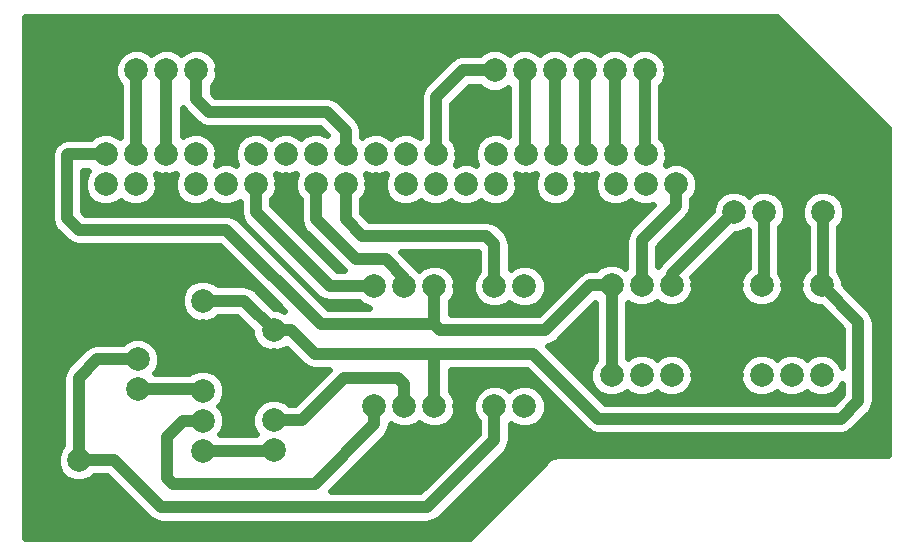
<source format=gbr>
G04 #@! TF.FileFunction,Copper,L1,Top,Signal*
%FSLAX46Y46*%
G04 Gerber Fmt 4.6, Leading zero omitted, Abs format (unit mm)*
G04 Created by KiCad (PCBNEW 4.0.6-e0-6349~52~ubuntu17.04.1) date Sat May 20 12:26:21 2017*
%MOMM*%
%LPD*%
G01*
G04 APERTURE LIST*
%ADD10C,0.100000*%
%ADD11C,2.000000*%
%ADD12C,1.000000*%
%ADD13C,0.554000*%
G04 APERTURE END LIST*
D10*
D11*
X68500000Y28500000D03*
X68500000Y31040000D03*
X5500000Y7500000D03*
X5500000Y17660000D03*
X58500000Y40500000D03*
X55960000Y40500000D03*
X53420000Y40500000D03*
X50880000Y40500000D03*
X48340000Y40500000D03*
X45800000Y40500000D03*
X43260000Y40500000D03*
X40720000Y40500000D03*
X10500000Y16040000D03*
X10500000Y18580000D03*
X10500000Y13500000D03*
X30530000Y22230000D03*
X33070000Y22230000D03*
X35610000Y22230000D03*
X38150000Y22230000D03*
X40690000Y22230000D03*
X43230000Y22230000D03*
X43230000Y12070000D03*
X40690000Y12070000D03*
X38150000Y12070000D03*
X35610000Y12070000D03*
X33070000Y12070000D03*
X30530000Y12070000D03*
X63500000Y28500000D03*
X60960000Y28500000D03*
X7800000Y33400000D03*
X7800000Y30860000D03*
X10340000Y33400000D03*
X10340000Y30860000D03*
X12880000Y33400000D03*
X12880000Y30860000D03*
X15420000Y33400000D03*
X15420000Y30860000D03*
X17960000Y33400000D03*
X17960000Y30860000D03*
X20500000Y33400000D03*
X20500000Y30860000D03*
X23040000Y33400000D03*
X23040000Y30860000D03*
X25580000Y33400000D03*
X25580000Y30860000D03*
X28120000Y33400000D03*
X28120000Y30860000D03*
X30660000Y33400000D03*
X30660000Y30860000D03*
X33200000Y33400000D03*
X33200000Y30860000D03*
X35740000Y33400000D03*
X35740000Y30860000D03*
X38280000Y33400000D03*
X38280000Y30860000D03*
X40820000Y33400000D03*
X40820000Y30860000D03*
X43360000Y33400000D03*
X43360000Y30860000D03*
X45900000Y33400000D03*
X45900000Y30860000D03*
X48440000Y33400000D03*
X48440000Y30860000D03*
X50980000Y33400000D03*
X50980000Y30860000D03*
X53520000Y33400000D03*
X53520000Y30860000D03*
X56060000Y33400000D03*
X56060000Y30860000D03*
X22000000Y18500000D03*
X22000000Y15960000D03*
X22000000Y13420000D03*
X22000000Y10880000D03*
X22000000Y8340000D03*
X50610000Y22310000D03*
X53150000Y22310000D03*
X65850000Y22310000D03*
X68390000Y22310000D03*
X55690000Y22310000D03*
X58230000Y22310000D03*
X63310000Y22310000D03*
X60770000Y22310000D03*
X68390000Y14690000D03*
X65850000Y14690000D03*
X63310000Y14690000D03*
X60770000Y14690000D03*
X58230000Y14690000D03*
X55690000Y14690000D03*
X53150000Y14690000D03*
X50610000Y14690000D03*
X18000000Y40500000D03*
X15460000Y40500000D03*
X12920000Y40500000D03*
X10380000Y40500000D03*
X16000000Y21000000D03*
X16000000Y18460000D03*
X16000000Y15920000D03*
X16000000Y13380000D03*
X16000000Y10840000D03*
X16000000Y8300000D03*
D12*
X35610000Y12070000D02*
X35610000Y16500000D01*
X35610000Y16500000D02*
X35500000Y16500000D01*
X34000000Y16500000D02*
X35500000Y16500000D01*
X35500000Y16500000D02*
X44000000Y16500000D01*
X71500000Y19200000D02*
X68390000Y22310000D01*
X71500000Y12500000D02*
X71500000Y19200000D01*
X70000000Y11000000D02*
X71500000Y12500000D01*
X49500000Y11000000D02*
X70000000Y11000000D01*
X44000000Y16500000D02*
X49500000Y11000000D01*
X68500000Y28500000D02*
X68500000Y22420000D01*
X68500000Y22420000D02*
X68390000Y22310000D01*
X22000000Y18500000D02*
X23500000Y18500000D01*
X25500000Y16500000D02*
X34000000Y16500000D01*
X23500000Y18500000D02*
X25500000Y16500000D01*
X16000000Y21000000D02*
X19500000Y21000000D01*
X19500000Y21000000D02*
X22000000Y18500000D01*
X68500000Y22420000D02*
X68390000Y22310000D01*
X5500000Y7500000D02*
X8500000Y7500000D01*
X40690000Y9190000D02*
X40690000Y12070000D01*
X35000000Y3500000D02*
X40690000Y9190000D01*
X12500000Y3500000D02*
X35000000Y3500000D01*
X8500000Y7500000D02*
X12500000Y3500000D01*
X5500000Y7500000D02*
X5500000Y14500000D01*
X7040000Y16040000D02*
X10500000Y16040000D01*
X5500000Y14500000D02*
X7040000Y16040000D01*
X10500000Y13500000D02*
X15880000Y13500000D01*
X15880000Y13500000D02*
X16000000Y13380000D01*
X50610000Y22310000D02*
X48810000Y22310000D01*
X36110000Y18500000D02*
X35610000Y19000000D01*
X45000000Y18500000D02*
X36110000Y18500000D01*
X48810000Y22310000D02*
X45000000Y18500000D01*
X7800000Y33400000D02*
X4600000Y33400000D01*
X26000000Y19000000D02*
X35610000Y19000000D01*
X18000000Y27000000D02*
X26000000Y19000000D01*
X5500000Y27000000D02*
X18000000Y27000000D01*
X4500000Y28000000D02*
X5500000Y27000000D01*
X4500000Y33300000D02*
X4500000Y28000000D01*
X4600000Y33400000D02*
X4500000Y33300000D01*
X28120000Y33400000D02*
X28120000Y35380000D01*
X15460000Y38040000D02*
X15460000Y40500000D01*
X16500000Y37000000D02*
X15460000Y38040000D01*
X26500000Y37000000D02*
X16500000Y37000000D01*
X28120000Y35380000D02*
X26500000Y37000000D01*
X35610000Y22230000D02*
X35610000Y19000000D01*
X50610000Y22310000D02*
X50610000Y14690000D01*
X63500000Y28500000D02*
X63500000Y22500000D01*
X63500000Y22500000D02*
X63310000Y22310000D01*
X55690000Y22310000D02*
X55690000Y23230000D01*
X55690000Y23230000D02*
X60960000Y28500000D01*
X10380000Y40500000D02*
X10380000Y33440000D01*
X10380000Y33440000D02*
X10340000Y33400000D01*
X10380000Y33440000D02*
X10340000Y33400000D01*
X10380000Y33440000D02*
X10340000Y33400000D01*
X12920000Y40500000D02*
X12920000Y33440000D01*
X12920000Y33440000D02*
X12880000Y33400000D01*
X12920000Y33440000D02*
X12880000Y33400000D01*
X12920000Y33440000D02*
X12880000Y33400000D01*
X30530000Y22230000D02*
X26770000Y22230000D01*
X20500000Y28500000D02*
X20500000Y30860000D01*
X26770000Y22230000D02*
X20500000Y28500000D01*
X20330000Y30690000D02*
X20500000Y30860000D01*
X33070000Y22230000D02*
X33070000Y22930000D01*
X33070000Y22930000D02*
X31500000Y24500000D01*
X31500000Y24500000D02*
X29000000Y24500000D01*
X29000000Y24500000D02*
X25580000Y27920000D01*
X25580000Y27920000D02*
X25580000Y30860000D01*
X25590000Y30850000D02*
X25580000Y30860000D01*
X25590000Y30850000D02*
X25580000Y30860000D01*
X40690000Y22230000D02*
X40690000Y25810000D01*
X28120000Y27880000D02*
X28120000Y30860000D01*
X29500000Y26500000D02*
X28120000Y27880000D01*
X40000000Y26500000D02*
X29500000Y26500000D01*
X40690000Y25810000D02*
X40000000Y26500000D01*
X28130000Y30850000D02*
X28120000Y30860000D01*
X28130000Y30850000D02*
X28120000Y30860000D01*
X40720000Y40500000D02*
X38000000Y40500000D01*
X35740000Y38240000D02*
X35740000Y33400000D01*
X38000000Y40500000D02*
X35740000Y38240000D01*
X43260000Y40500000D02*
X43260000Y33500000D01*
X43260000Y33500000D02*
X43360000Y33400000D01*
X43560000Y33600000D02*
X43360000Y33400000D01*
X45800000Y40500000D02*
X45800000Y33500000D01*
X45800000Y33500000D02*
X45900000Y33400000D01*
X48340000Y40500000D02*
X48340000Y33500000D01*
X48340000Y33500000D02*
X48440000Y33400000D01*
X48640000Y33600000D02*
X48440000Y33400000D01*
X50880000Y40500000D02*
X50880000Y33500000D01*
X50880000Y33500000D02*
X50980000Y33400000D01*
X53420000Y40500000D02*
X53420000Y33500000D01*
X53420000Y33500000D02*
X53520000Y33400000D01*
X53720000Y33600000D02*
X53520000Y33400000D01*
X56060000Y30860000D02*
X56060000Y29060000D01*
X53150000Y26150000D02*
X53150000Y22310000D01*
X56060000Y29060000D02*
X53150000Y26150000D01*
X22000000Y10880000D02*
X24380000Y10880000D01*
X33070000Y13930000D02*
X33070000Y12070000D01*
X32500000Y14500000D02*
X33070000Y13930000D01*
X28000000Y14500000D02*
X32500000Y14500000D01*
X24380000Y10880000D02*
X28000000Y14500000D01*
X16000000Y8300000D02*
X21960000Y8300000D01*
X21960000Y8300000D02*
X22000000Y8340000D01*
X16000000Y10840000D02*
X14340000Y10840000D01*
X30530000Y10530000D02*
X30530000Y12070000D01*
X25500000Y5500000D02*
X30530000Y10530000D01*
X13500000Y5500000D02*
X25500000Y5500000D01*
X13000000Y6000000D02*
X13500000Y5500000D01*
X13000000Y9500000D02*
X13000000Y6000000D01*
X14340000Y10840000D02*
X13000000Y9500000D01*
D13*
G36*
X74048000Y35605669D02*
X74048000Y7952000D01*
X46000005Y7952000D01*
X46000000Y7952001D01*
X45696130Y7891556D01*
X45635685Y7879533D01*
X45476314Y7773045D01*
X45326834Y7673166D01*
X38605668Y952000D01*
X952000Y952000D01*
X952000Y33300000D01*
X3123000Y33300000D01*
X3123000Y28000000D01*
X3227818Y27473045D01*
X3526314Y27026314D01*
X4526314Y26026314D01*
X4973045Y25727818D01*
X5500000Y25623000D01*
X17429628Y25623000D01*
X22889661Y20162967D01*
X22374996Y20376674D01*
X22070432Y20376940D01*
X20473686Y21973686D01*
X20026955Y22272182D01*
X19500000Y22377000D01*
X17277567Y22377000D01*
X17064624Y22590316D01*
X16374996Y22876674D01*
X15628280Y22877325D01*
X14938154Y22592171D01*
X14409684Y22064624D01*
X14123326Y21374996D01*
X14122675Y20628280D01*
X14407829Y19938154D01*
X14935376Y19409684D01*
X15625004Y19123326D01*
X16371720Y19122675D01*
X17061846Y19407829D01*
X17277393Y19623000D01*
X18929628Y19623000D01*
X20122938Y18429690D01*
X20122675Y18128280D01*
X20407829Y17438154D01*
X20935376Y16909684D01*
X21625004Y16623326D01*
X22371720Y16622675D01*
X23061846Y16907829D01*
X23103359Y16949269D01*
X24526314Y15526314D01*
X24973045Y15227818D01*
X25500000Y15123000D01*
X26675628Y15123000D01*
X23809628Y12257000D01*
X23277567Y12257000D01*
X23064624Y12470316D01*
X22374996Y12756674D01*
X21628280Y12757325D01*
X20938154Y12472171D01*
X20409684Y11944624D01*
X20123326Y11254996D01*
X20122675Y10508280D01*
X20407829Y9818154D01*
X20548736Y9677000D01*
X17491768Y9677000D01*
X17590316Y9775376D01*
X17876674Y10465004D01*
X17877325Y11211720D01*
X17592171Y11901846D01*
X17384480Y12109900D01*
X17590316Y12315376D01*
X17876674Y13005004D01*
X17877325Y13751720D01*
X17592171Y14441846D01*
X17064624Y14970316D01*
X16374996Y15256674D01*
X15628280Y15257325D01*
X14938154Y14972171D01*
X14842816Y14877000D01*
X11991768Y14877000D01*
X12090316Y14975376D01*
X12376674Y15665004D01*
X12377325Y16411720D01*
X12092171Y17101846D01*
X11564624Y17630316D01*
X10874996Y17916674D01*
X10128280Y17917325D01*
X9438154Y17632171D01*
X9222607Y17417000D01*
X7040000Y17417000D01*
X6513045Y17312182D01*
X6066314Y17013686D01*
X4526314Y15473686D01*
X4227818Y15026955D01*
X4123000Y14500000D01*
X4123000Y8777567D01*
X3909684Y8564624D01*
X3623326Y7874996D01*
X3622675Y7128280D01*
X3907829Y6438154D01*
X4435376Y5909684D01*
X5125004Y5623326D01*
X5871720Y5622675D01*
X6561846Y5907829D01*
X6777393Y6123000D01*
X7929628Y6123000D01*
X11526314Y2526314D01*
X11973045Y2227818D01*
X12500000Y2123000D01*
X35000000Y2123000D01*
X35526955Y2227818D01*
X35973686Y2526314D01*
X41663686Y8216314D01*
X41962182Y8663045D01*
X42067000Y9190000D01*
X42067000Y10578232D01*
X42165376Y10479684D01*
X42855004Y10193326D01*
X43601720Y10192675D01*
X44291846Y10477829D01*
X44820316Y11005376D01*
X45106674Y11695004D01*
X45107325Y12441720D01*
X44822171Y13131846D01*
X44294624Y13660316D01*
X43604996Y13946674D01*
X42858280Y13947325D01*
X42168154Y13662171D01*
X41960100Y13454480D01*
X41754624Y13660316D01*
X41064996Y13946674D01*
X40318280Y13947325D01*
X39628154Y13662171D01*
X39099684Y13134624D01*
X38813326Y12444996D01*
X38812675Y11698280D01*
X39097829Y11008154D01*
X39313000Y10792607D01*
X39313000Y9760372D01*
X34429628Y4877000D01*
X26824372Y4877000D01*
X31503686Y9556314D01*
X31802182Y10003045D01*
X31907000Y10530000D01*
X31907000Y10578232D01*
X32005376Y10479684D01*
X32695004Y10193326D01*
X33441720Y10192675D01*
X34131846Y10477829D01*
X34339900Y10685520D01*
X34545376Y10479684D01*
X35235004Y10193326D01*
X35981720Y10192675D01*
X36671846Y10477829D01*
X37200316Y11005376D01*
X37486674Y11695004D01*
X37487325Y12441720D01*
X37202171Y13131846D01*
X36987000Y13347393D01*
X36987000Y15123000D01*
X43429628Y15123000D01*
X48526314Y10026314D01*
X48973045Y9727818D01*
X49500000Y9623000D01*
X70000000Y9623000D01*
X70526955Y9727818D01*
X70973686Y10026314D01*
X72473686Y11526314D01*
X72772182Y11973045D01*
X72877000Y12500000D01*
X72877000Y19200000D01*
X72772182Y19726955D01*
X72473686Y20173686D01*
X70267062Y22380310D01*
X70267325Y22681720D01*
X69982171Y23371846D01*
X69877000Y23477201D01*
X69877000Y27222433D01*
X70090316Y27435376D01*
X70376674Y28125004D01*
X70377325Y28871720D01*
X70092171Y29561846D01*
X69564624Y30090316D01*
X68874996Y30376674D01*
X68128280Y30377325D01*
X67438154Y30092171D01*
X66909684Y29564624D01*
X66623326Y28874996D01*
X66622675Y28128280D01*
X66907829Y27438154D01*
X67123000Y27222607D01*
X67123000Y23697375D01*
X66799684Y23374624D01*
X66513326Y22684996D01*
X66512675Y21938280D01*
X66797829Y21248154D01*
X67325376Y20719684D01*
X68015004Y20433326D01*
X68319568Y20433060D01*
X70123000Y18629628D01*
X70123000Y15411013D01*
X69982171Y15751846D01*
X69454624Y16280316D01*
X68764996Y16566674D01*
X68018280Y16567325D01*
X67328154Y16282171D01*
X67120100Y16074480D01*
X66914624Y16280316D01*
X66224996Y16566674D01*
X65478280Y16567325D01*
X64788154Y16282171D01*
X64580100Y16074480D01*
X64374624Y16280316D01*
X63684996Y16566674D01*
X62938280Y16567325D01*
X62248154Y16282171D01*
X61719684Y15754624D01*
X61433326Y15064996D01*
X61432675Y14318280D01*
X61717829Y13628154D01*
X62245376Y13099684D01*
X62935004Y12813326D01*
X63681720Y12812675D01*
X64371846Y13097829D01*
X64579900Y13305520D01*
X64785376Y13099684D01*
X65475004Y12813326D01*
X66221720Y12812675D01*
X66911846Y13097829D01*
X67119900Y13305520D01*
X67325376Y13099684D01*
X68015004Y12813326D01*
X68761720Y12812675D01*
X69451846Y13097829D01*
X69980316Y13625376D01*
X70123000Y13968998D01*
X70123000Y13070372D01*
X69429628Y12377000D01*
X50070372Y12377000D01*
X45270555Y17176817D01*
X45526955Y17227818D01*
X45973686Y17526314D01*
X49233000Y20785628D01*
X49233000Y15967567D01*
X49019684Y15754624D01*
X48733326Y15064996D01*
X48732675Y14318280D01*
X49017829Y13628154D01*
X49545376Y13099684D01*
X50235004Y12813326D01*
X50981720Y12812675D01*
X51671846Y13097829D01*
X51879900Y13305520D01*
X52085376Y13099684D01*
X52775004Y12813326D01*
X53521720Y12812675D01*
X54211846Y13097829D01*
X54419900Y13305520D01*
X54625376Y13099684D01*
X55315004Y12813326D01*
X56061720Y12812675D01*
X56751846Y13097829D01*
X57280316Y13625376D01*
X57566674Y14315004D01*
X57567325Y15061720D01*
X57282171Y15751846D01*
X56754624Y16280316D01*
X56064996Y16566674D01*
X55318280Y16567325D01*
X54628154Y16282171D01*
X54420100Y16074480D01*
X54214624Y16280316D01*
X53524996Y16566674D01*
X52778280Y16567325D01*
X52088154Y16282171D01*
X51987000Y16181194D01*
X51987000Y20818232D01*
X52085376Y20719684D01*
X52775004Y20433326D01*
X53521720Y20432675D01*
X54211846Y20717829D01*
X54419900Y20925520D01*
X54625376Y20719684D01*
X55315004Y20433326D01*
X56061720Y20432675D01*
X56751846Y20717829D01*
X57280316Y21245376D01*
X57566674Y21935004D01*
X57567325Y22681720D01*
X57427498Y23020126D01*
X61030310Y26622938D01*
X61331720Y26622675D01*
X62021846Y26907829D01*
X62123000Y27008806D01*
X62123000Y23777236D01*
X61719684Y23374624D01*
X61433326Y22684996D01*
X61432675Y21938280D01*
X61717829Y21248154D01*
X62245376Y20719684D01*
X62935004Y20433326D01*
X63681720Y20432675D01*
X64371846Y20717829D01*
X64900316Y21245376D01*
X65186674Y21935004D01*
X65187325Y22681720D01*
X64902171Y23371846D01*
X64877000Y23397061D01*
X64877000Y27222433D01*
X65090316Y27435376D01*
X65376674Y28125004D01*
X65377325Y28871720D01*
X65092171Y29561846D01*
X64564624Y30090316D01*
X63874996Y30376674D01*
X63128280Y30377325D01*
X62438154Y30092171D01*
X62230100Y29884480D01*
X62024624Y30090316D01*
X61334996Y30376674D01*
X60588280Y30377325D01*
X59898154Y30092171D01*
X59369684Y29564624D01*
X59083326Y28874996D01*
X59083060Y28570432D01*
X54716314Y24203686D01*
X54527000Y23920357D01*
X54527000Y25579628D01*
X57033686Y28086314D01*
X57332182Y28533045D01*
X57437000Y29060000D01*
X57437000Y29582433D01*
X57650316Y29795376D01*
X57936674Y30485004D01*
X57937325Y31231720D01*
X57652171Y31921846D01*
X57124624Y32450316D01*
X56434996Y32736674D01*
X55688280Y32737325D01*
X55192087Y32532302D01*
X55396674Y33025004D01*
X55397325Y33771720D01*
X55112171Y34461846D01*
X54797000Y34777568D01*
X54797000Y39222433D01*
X55010316Y39435376D01*
X55296674Y40125004D01*
X55297325Y40871720D01*
X55012171Y41561846D01*
X54484624Y42090316D01*
X53794996Y42376674D01*
X53048280Y42377325D01*
X52358154Y42092171D01*
X52150100Y41884480D01*
X51944624Y42090316D01*
X51254996Y42376674D01*
X50508280Y42377325D01*
X49818154Y42092171D01*
X49610100Y41884480D01*
X49404624Y42090316D01*
X48714996Y42376674D01*
X47968280Y42377325D01*
X47278154Y42092171D01*
X47070100Y41884480D01*
X46864624Y42090316D01*
X46174996Y42376674D01*
X45428280Y42377325D01*
X44738154Y42092171D01*
X44530100Y41884480D01*
X44324624Y42090316D01*
X43634996Y42376674D01*
X42888280Y42377325D01*
X42198154Y42092171D01*
X41990100Y41884480D01*
X41784624Y42090316D01*
X41094996Y42376674D01*
X40348280Y42377325D01*
X39658154Y42092171D01*
X39442607Y41877000D01*
X38000000Y41877000D01*
X37473045Y41772182D01*
X37026314Y41473686D01*
X34766314Y39213686D01*
X34467818Y38766955D01*
X34363000Y38240000D01*
X34363000Y34891768D01*
X34264624Y34990316D01*
X33574996Y35276674D01*
X32828280Y35277325D01*
X32138154Y34992171D01*
X31930100Y34784480D01*
X31724624Y34990316D01*
X31034996Y35276674D01*
X30288280Y35277325D01*
X29598154Y34992171D01*
X29497000Y34891194D01*
X29497000Y35380000D01*
X29392182Y35906955D01*
X29093686Y36353686D01*
X27473686Y37973686D01*
X27026955Y38272182D01*
X26500000Y38377000D01*
X17070372Y38377000D01*
X16837000Y38610372D01*
X16837000Y39222433D01*
X17050316Y39435376D01*
X17336674Y40125004D01*
X17337325Y40871720D01*
X17052171Y41561846D01*
X16524624Y42090316D01*
X15834996Y42376674D01*
X15088280Y42377325D01*
X14398154Y42092171D01*
X14190100Y41884480D01*
X13984624Y42090316D01*
X13294996Y42376674D01*
X12548280Y42377325D01*
X11858154Y42092171D01*
X11650100Y41884480D01*
X11444624Y42090316D01*
X10754996Y42376674D01*
X10008280Y42377325D01*
X9318154Y42092171D01*
X8789684Y41564624D01*
X8503326Y40874996D01*
X8502675Y40128280D01*
X8787829Y39438154D01*
X9003000Y39222607D01*
X9003000Y34851698D01*
X8864624Y34990316D01*
X8174996Y35276674D01*
X7428280Y35277325D01*
X6738154Y34992171D01*
X6522607Y34777000D01*
X4600000Y34777000D01*
X4073045Y34672182D01*
X3626314Y34373686D01*
X3526314Y34273686D01*
X3227818Y33826955D01*
X3123000Y33300000D01*
X952000Y33300000D01*
X952000Y45048000D01*
X64605668Y45048000D01*
X74048000Y35605669D01*
X74048000Y35605669D01*
G37*
X74048000Y35605669D02*
X74048000Y7952000D01*
X46000005Y7952000D01*
X46000000Y7952001D01*
X45696130Y7891556D01*
X45635685Y7879533D01*
X45476314Y7773045D01*
X45326834Y7673166D01*
X38605668Y952000D01*
X952000Y952000D01*
X952000Y33300000D01*
X3123000Y33300000D01*
X3123000Y28000000D01*
X3227818Y27473045D01*
X3526314Y27026314D01*
X4526314Y26026314D01*
X4973045Y25727818D01*
X5500000Y25623000D01*
X17429628Y25623000D01*
X22889661Y20162967D01*
X22374996Y20376674D01*
X22070432Y20376940D01*
X20473686Y21973686D01*
X20026955Y22272182D01*
X19500000Y22377000D01*
X17277567Y22377000D01*
X17064624Y22590316D01*
X16374996Y22876674D01*
X15628280Y22877325D01*
X14938154Y22592171D01*
X14409684Y22064624D01*
X14123326Y21374996D01*
X14122675Y20628280D01*
X14407829Y19938154D01*
X14935376Y19409684D01*
X15625004Y19123326D01*
X16371720Y19122675D01*
X17061846Y19407829D01*
X17277393Y19623000D01*
X18929628Y19623000D01*
X20122938Y18429690D01*
X20122675Y18128280D01*
X20407829Y17438154D01*
X20935376Y16909684D01*
X21625004Y16623326D01*
X22371720Y16622675D01*
X23061846Y16907829D01*
X23103359Y16949269D01*
X24526314Y15526314D01*
X24973045Y15227818D01*
X25500000Y15123000D01*
X26675628Y15123000D01*
X23809628Y12257000D01*
X23277567Y12257000D01*
X23064624Y12470316D01*
X22374996Y12756674D01*
X21628280Y12757325D01*
X20938154Y12472171D01*
X20409684Y11944624D01*
X20123326Y11254996D01*
X20122675Y10508280D01*
X20407829Y9818154D01*
X20548736Y9677000D01*
X17491768Y9677000D01*
X17590316Y9775376D01*
X17876674Y10465004D01*
X17877325Y11211720D01*
X17592171Y11901846D01*
X17384480Y12109900D01*
X17590316Y12315376D01*
X17876674Y13005004D01*
X17877325Y13751720D01*
X17592171Y14441846D01*
X17064624Y14970316D01*
X16374996Y15256674D01*
X15628280Y15257325D01*
X14938154Y14972171D01*
X14842816Y14877000D01*
X11991768Y14877000D01*
X12090316Y14975376D01*
X12376674Y15665004D01*
X12377325Y16411720D01*
X12092171Y17101846D01*
X11564624Y17630316D01*
X10874996Y17916674D01*
X10128280Y17917325D01*
X9438154Y17632171D01*
X9222607Y17417000D01*
X7040000Y17417000D01*
X6513045Y17312182D01*
X6066314Y17013686D01*
X4526314Y15473686D01*
X4227818Y15026955D01*
X4123000Y14500000D01*
X4123000Y8777567D01*
X3909684Y8564624D01*
X3623326Y7874996D01*
X3622675Y7128280D01*
X3907829Y6438154D01*
X4435376Y5909684D01*
X5125004Y5623326D01*
X5871720Y5622675D01*
X6561846Y5907829D01*
X6777393Y6123000D01*
X7929628Y6123000D01*
X11526314Y2526314D01*
X11973045Y2227818D01*
X12500000Y2123000D01*
X35000000Y2123000D01*
X35526955Y2227818D01*
X35973686Y2526314D01*
X41663686Y8216314D01*
X41962182Y8663045D01*
X42067000Y9190000D01*
X42067000Y10578232D01*
X42165376Y10479684D01*
X42855004Y10193326D01*
X43601720Y10192675D01*
X44291846Y10477829D01*
X44820316Y11005376D01*
X45106674Y11695004D01*
X45107325Y12441720D01*
X44822171Y13131846D01*
X44294624Y13660316D01*
X43604996Y13946674D01*
X42858280Y13947325D01*
X42168154Y13662171D01*
X41960100Y13454480D01*
X41754624Y13660316D01*
X41064996Y13946674D01*
X40318280Y13947325D01*
X39628154Y13662171D01*
X39099684Y13134624D01*
X38813326Y12444996D01*
X38812675Y11698280D01*
X39097829Y11008154D01*
X39313000Y10792607D01*
X39313000Y9760372D01*
X34429628Y4877000D01*
X26824372Y4877000D01*
X31503686Y9556314D01*
X31802182Y10003045D01*
X31907000Y10530000D01*
X31907000Y10578232D01*
X32005376Y10479684D01*
X32695004Y10193326D01*
X33441720Y10192675D01*
X34131846Y10477829D01*
X34339900Y10685520D01*
X34545376Y10479684D01*
X35235004Y10193326D01*
X35981720Y10192675D01*
X36671846Y10477829D01*
X37200316Y11005376D01*
X37486674Y11695004D01*
X37487325Y12441720D01*
X37202171Y13131846D01*
X36987000Y13347393D01*
X36987000Y15123000D01*
X43429628Y15123000D01*
X48526314Y10026314D01*
X48973045Y9727818D01*
X49500000Y9623000D01*
X70000000Y9623000D01*
X70526955Y9727818D01*
X70973686Y10026314D01*
X72473686Y11526314D01*
X72772182Y11973045D01*
X72877000Y12500000D01*
X72877000Y19200000D01*
X72772182Y19726955D01*
X72473686Y20173686D01*
X70267062Y22380310D01*
X70267325Y22681720D01*
X69982171Y23371846D01*
X69877000Y23477201D01*
X69877000Y27222433D01*
X70090316Y27435376D01*
X70376674Y28125004D01*
X70377325Y28871720D01*
X70092171Y29561846D01*
X69564624Y30090316D01*
X68874996Y30376674D01*
X68128280Y30377325D01*
X67438154Y30092171D01*
X66909684Y29564624D01*
X66623326Y28874996D01*
X66622675Y28128280D01*
X66907829Y27438154D01*
X67123000Y27222607D01*
X67123000Y23697375D01*
X66799684Y23374624D01*
X66513326Y22684996D01*
X66512675Y21938280D01*
X66797829Y21248154D01*
X67325376Y20719684D01*
X68015004Y20433326D01*
X68319568Y20433060D01*
X70123000Y18629628D01*
X70123000Y15411013D01*
X69982171Y15751846D01*
X69454624Y16280316D01*
X68764996Y16566674D01*
X68018280Y16567325D01*
X67328154Y16282171D01*
X67120100Y16074480D01*
X66914624Y16280316D01*
X66224996Y16566674D01*
X65478280Y16567325D01*
X64788154Y16282171D01*
X64580100Y16074480D01*
X64374624Y16280316D01*
X63684996Y16566674D01*
X62938280Y16567325D01*
X62248154Y16282171D01*
X61719684Y15754624D01*
X61433326Y15064996D01*
X61432675Y14318280D01*
X61717829Y13628154D01*
X62245376Y13099684D01*
X62935004Y12813326D01*
X63681720Y12812675D01*
X64371846Y13097829D01*
X64579900Y13305520D01*
X64785376Y13099684D01*
X65475004Y12813326D01*
X66221720Y12812675D01*
X66911846Y13097829D01*
X67119900Y13305520D01*
X67325376Y13099684D01*
X68015004Y12813326D01*
X68761720Y12812675D01*
X69451846Y13097829D01*
X69980316Y13625376D01*
X70123000Y13968998D01*
X70123000Y13070372D01*
X69429628Y12377000D01*
X50070372Y12377000D01*
X45270555Y17176817D01*
X45526955Y17227818D01*
X45973686Y17526314D01*
X49233000Y20785628D01*
X49233000Y15967567D01*
X49019684Y15754624D01*
X48733326Y15064996D01*
X48732675Y14318280D01*
X49017829Y13628154D01*
X49545376Y13099684D01*
X50235004Y12813326D01*
X50981720Y12812675D01*
X51671846Y13097829D01*
X51879900Y13305520D01*
X52085376Y13099684D01*
X52775004Y12813326D01*
X53521720Y12812675D01*
X54211846Y13097829D01*
X54419900Y13305520D01*
X54625376Y13099684D01*
X55315004Y12813326D01*
X56061720Y12812675D01*
X56751846Y13097829D01*
X57280316Y13625376D01*
X57566674Y14315004D01*
X57567325Y15061720D01*
X57282171Y15751846D01*
X56754624Y16280316D01*
X56064996Y16566674D01*
X55318280Y16567325D01*
X54628154Y16282171D01*
X54420100Y16074480D01*
X54214624Y16280316D01*
X53524996Y16566674D01*
X52778280Y16567325D01*
X52088154Y16282171D01*
X51987000Y16181194D01*
X51987000Y20818232D01*
X52085376Y20719684D01*
X52775004Y20433326D01*
X53521720Y20432675D01*
X54211846Y20717829D01*
X54419900Y20925520D01*
X54625376Y20719684D01*
X55315004Y20433326D01*
X56061720Y20432675D01*
X56751846Y20717829D01*
X57280316Y21245376D01*
X57566674Y21935004D01*
X57567325Y22681720D01*
X57427498Y23020126D01*
X61030310Y26622938D01*
X61331720Y26622675D01*
X62021846Y26907829D01*
X62123000Y27008806D01*
X62123000Y23777236D01*
X61719684Y23374624D01*
X61433326Y22684996D01*
X61432675Y21938280D01*
X61717829Y21248154D01*
X62245376Y20719684D01*
X62935004Y20433326D01*
X63681720Y20432675D01*
X64371846Y20717829D01*
X64900316Y21245376D01*
X65186674Y21935004D01*
X65187325Y22681720D01*
X64902171Y23371846D01*
X64877000Y23397061D01*
X64877000Y27222433D01*
X65090316Y27435376D01*
X65376674Y28125004D01*
X65377325Y28871720D01*
X65092171Y29561846D01*
X64564624Y30090316D01*
X63874996Y30376674D01*
X63128280Y30377325D01*
X62438154Y30092171D01*
X62230100Y29884480D01*
X62024624Y30090316D01*
X61334996Y30376674D01*
X60588280Y30377325D01*
X59898154Y30092171D01*
X59369684Y29564624D01*
X59083326Y28874996D01*
X59083060Y28570432D01*
X54716314Y24203686D01*
X54527000Y23920357D01*
X54527000Y25579628D01*
X57033686Y28086314D01*
X57332182Y28533045D01*
X57437000Y29060000D01*
X57437000Y29582433D01*
X57650316Y29795376D01*
X57936674Y30485004D01*
X57937325Y31231720D01*
X57652171Y31921846D01*
X57124624Y32450316D01*
X56434996Y32736674D01*
X55688280Y32737325D01*
X55192087Y32532302D01*
X55396674Y33025004D01*
X55397325Y33771720D01*
X55112171Y34461846D01*
X54797000Y34777568D01*
X54797000Y39222433D01*
X55010316Y39435376D01*
X55296674Y40125004D01*
X55297325Y40871720D01*
X55012171Y41561846D01*
X54484624Y42090316D01*
X53794996Y42376674D01*
X53048280Y42377325D01*
X52358154Y42092171D01*
X52150100Y41884480D01*
X51944624Y42090316D01*
X51254996Y42376674D01*
X50508280Y42377325D01*
X49818154Y42092171D01*
X49610100Y41884480D01*
X49404624Y42090316D01*
X48714996Y42376674D01*
X47968280Y42377325D01*
X47278154Y42092171D01*
X47070100Y41884480D01*
X46864624Y42090316D01*
X46174996Y42376674D01*
X45428280Y42377325D01*
X44738154Y42092171D01*
X44530100Y41884480D01*
X44324624Y42090316D01*
X43634996Y42376674D01*
X42888280Y42377325D01*
X42198154Y42092171D01*
X41990100Y41884480D01*
X41784624Y42090316D01*
X41094996Y42376674D01*
X40348280Y42377325D01*
X39658154Y42092171D01*
X39442607Y41877000D01*
X38000000Y41877000D01*
X37473045Y41772182D01*
X37026314Y41473686D01*
X34766314Y39213686D01*
X34467818Y38766955D01*
X34363000Y38240000D01*
X34363000Y34891768D01*
X34264624Y34990316D01*
X33574996Y35276674D01*
X32828280Y35277325D01*
X32138154Y34992171D01*
X31930100Y34784480D01*
X31724624Y34990316D01*
X31034996Y35276674D01*
X30288280Y35277325D01*
X29598154Y34992171D01*
X29497000Y34891194D01*
X29497000Y35380000D01*
X29392182Y35906955D01*
X29093686Y36353686D01*
X27473686Y37973686D01*
X27026955Y38272182D01*
X26500000Y38377000D01*
X17070372Y38377000D01*
X16837000Y38610372D01*
X16837000Y39222433D01*
X17050316Y39435376D01*
X17336674Y40125004D01*
X17337325Y40871720D01*
X17052171Y41561846D01*
X16524624Y42090316D01*
X15834996Y42376674D01*
X15088280Y42377325D01*
X14398154Y42092171D01*
X14190100Y41884480D01*
X13984624Y42090316D01*
X13294996Y42376674D01*
X12548280Y42377325D01*
X11858154Y42092171D01*
X11650100Y41884480D01*
X11444624Y42090316D01*
X10754996Y42376674D01*
X10008280Y42377325D01*
X9318154Y42092171D01*
X8789684Y41564624D01*
X8503326Y40874996D01*
X8502675Y40128280D01*
X8787829Y39438154D01*
X9003000Y39222607D01*
X9003000Y34851698D01*
X8864624Y34990316D01*
X8174996Y35276674D01*
X7428280Y35277325D01*
X6738154Y34992171D01*
X6522607Y34777000D01*
X4600000Y34777000D01*
X4073045Y34672182D01*
X3626314Y34373686D01*
X3526314Y34273686D01*
X3227818Y33826955D01*
X3123000Y33300000D01*
X952000Y33300000D01*
X952000Y45048000D01*
X64605668Y45048000D01*
X74048000Y35605669D01*
G36*
X48065004Y31523326D02*
X48811720Y31522675D01*
X49307913Y31727698D01*
X49103326Y31234996D01*
X49102675Y30488280D01*
X49387829Y29798154D01*
X49915376Y29269684D01*
X50605004Y28983326D01*
X51351720Y28982675D01*
X52041846Y29267829D01*
X52249900Y29475520D01*
X52455376Y29269684D01*
X53145004Y28983326D01*
X53891720Y28982675D01*
X54136404Y29083776D01*
X52176314Y27123686D01*
X51877818Y26676955D01*
X51773000Y26150000D01*
X51773000Y23801768D01*
X51674624Y23900316D01*
X50984996Y24186674D01*
X50238280Y24187325D01*
X49548154Y23902171D01*
X49332607Y23687000D01*
X48810000Y23687000D01*
X48283045Y23582182D01*
X47836314Y23283686D01*
X44429628Y19877000D01*
X36987000Y19877000D01*
X36987000Y20952433D01*
X37200316Y21165376D01*
X37486674Y21855004D01*
X37487325Y22601720D01*
X37202171Y23291846D01*
X36674624Y23820316D01*
X35984996Y24106674D01*
X35238280Y24107325D01*
X34548154Y23822171D01*
X34340100Y23614480D01*
X34134624Y23820316D01*
X34085863Y23840563D01*
X34043686Y23903686D01*
X32824372Y25123000D01*
X39313000Y25123000D01*
X39313000Y23507567D01*
X39099684Y23294624D01*
X38813326Y22604996D01*
X38812675Y21858280D01*
X39097829Y21168154D01*
X39625376Y20639684D01*
X40315004Y20353326D01*
X41061720Y20352675D01*
X41751846Y20637829D01*
X41959900Y20845520D01*
X42165376Y20639684D01*
X42855004Y20353326D01*
X43601720Y20352675D01*
X44291846Y20637829D01*
X44820316Y21165376D01*
X45106674Y21855004D01*
X45107325Y22601720D01*
X44822171Y23291846D01*
X44294624Y23820316D01*
X43604996Y24106674D01*
X42858280Y24107325D01*
X42168154Y23822171D01*
X42067000Y23721194D01*
X42067000Y25810000D01*
X41962182Y26336955D01*
X41663686Y26783686D01*
X40973686Y27473686D01*
X40526955Y27772182D01*
X40000000Y27877000D01*
X30070372Y27877000D01*
X29497000Y28450372D01*
X29497000Y29582433D01*
X29710316Y29795376D01*
X29996674Y30485004D01*
X29997325Y31231720D01*
X29792302Y31727913D01*
X30285004Y31523326D01*
X31031720Y31522675D01*
X31527913Y31727698D01*
X31323326Y31234996D01*
X31322675Y30488280D01*
X31607829Y29798154D01*
X32135376Y29269684D01*
X32825004Y28983326D01*
X33571720Y28982675D01*
X34261846Y29267829D01*
X34469900Y29475520D01*
X34675376Y29269684D01*
X35365004Y28983326D01*
X36111720Y28982675D01*
X36801846Y29267829D01*
X37009900Y29475520D01*
X37215376Y29269684D01*
X37905004Y28983326D01*
X38651720Y28982675D01*
X39341846Y29267829D01*
X39549900Y29475520D01*
X39755376Y29269684D01*
X40445004Y28983326D01*
X41191720Y28982675D01*
X41881846Y29267829D01*
X42410316Y29795376D01*
X42696674Y30485004D01*
X42697325Y31231720D01*
X42492302Y31727913D01*
X42985004Y31523326D01*
X43731720Y31522675D01*
X44227913Y31727698D01*
X44023326Y31234996D01*
X44022675Y30488280D01*
X44307829Y29798154D01*
X44835376Y29269684D01*
X45525004Y28983326D01*
X46271720Y28982675D01*
X46961846Y29267829D01*
X47490316Y29795376D01*
X47776674Y30485004D01*
X47777325Y31231720D01*
X47572302Y31727913D01*
X48065004Y31523326D01*
X48065004Y31523326D01*
G37*
X48065004Y31523326D02*
X48811720Y31522675D01*
X49307913Y31727698D01*
X49103326Y31234996D01*
X49102675Y30488280D01*
X49387829Y29798154D01*
X49915376Y29269684D01*
X50605004Y28983326D01*
X51351720Y28982675D01*
X52041846Y29267829D01*
X52249900Y29475520D01*
X52455376Y29269684D01*
X53145004Y28983326D01*
X53891720Y28982675D01*
X54136404Y29083776D01*
X52176314Y27123686D01*
X51877818Y26676955D01*
X51773000Y26150000D01*
X51773000Y23801768D01*
X51674624Y23900316D01*
X50984996Y24186674D01*
X50238280Y24187325D01*
X49548154Y23902171D01*
X49332607Y23687000D01*
X48810000Y23687000D01*
X48283045Y23582182D01*
X47836314Y23283686D01*
X44429628Y19877000D01*
X36987000Y19877000D01*
X36987000Y20952433D01*
X37200316Y21165376D01*
X37486674Y21855004D01*
X37487325Y22601720D01*
X37202171Y23291846D01*
X36674624Y23820316D01*
X35984996Y24106674D01*
X35238280Y24107325D01*
X34548154Y23822171D01*
X34340100Y23614480D01*
X34134624Y23820316D01*
X34085863Y23840563D01*
X34043686Y23903686D01*
X32824372Y25123000D01*
X39313000Y25123000D01*
X39313000Y23507567D01*
X39099684Y23294624D01*
X38813326Y22604996D01*
X38812675Y21858280D01*
X39097829Y21168154D01*
X39625376Y20639684D01*
X40315004Y20353326D01*
X41061720Y20352675D01*
X41751846Y20637829D01*
X41959900Y20845520D01*
X42165376Y20639684D01*
X42855004Y20353326D01*
X43601720Y20352675D01*
X44291846Y20637829D01*
X44820316Y21165376D01*
X45106674Y21855004D01*
X45107325Y22601720D01*
X44822171Y23291846D01*
X44294624Y23820316D01*
X43604996Y24106674D01*
X42858280Y24107325D01*
X42168154Y23822171D01*
X42067000Y23721194D01*
X42067000Y25810000D01*
X41962182Y26336955D01*
X41663686Y26783686D01*
X40973686Y27473686D01*
X40526955Y27772182D01*
X40000000Y27877000D01*
X30070372Y27877000D01*
X29497000Y28450372D01*
X29497000Y29582433D01*
X29710316Y29795376D01*
X29996674Y30485004D01*
X29997325Y31231720D01*
X29792302Y31727913D01*
X30285004Y31523326D01*
X31031720Y31522675D01*
X31527913Y31727698D01*
X31323326Y31234996D01*
X31322675Y30488280D01*
X31607829Y29798154D01*
X32135376Y29269684D01*
X32825004Y28983326D01*
X33571720Y28982675D01*
X34261846Y29267829D01*
X34469900Y29475520D01*
X34675376Y29269684D01*
X35365004Y28983326D01*
X36111720Y28982675D01*
X36801846Y29267829D01*
X37009900Y29475520D01*
X37215376Y29269684D01*
X37905004Y28983326D01*
X38651720Y28982675D01*
X39341846Y29267829D01*
X39549900Y29475520D01*
X39755376Y29269684D01*
X40445004Y28983326D01*
X41191720Y28982675D01*
X41881846Y29267829D01*
X42410316Y29795376D01*
X42696674Y30485004D01*
X42697325Y31231720D01*
X42492302Y31727913D01*
X42985004Y31523326D01*
X43731720Y31522675D01*
X44227913Y31727698D01*
X44023326Y31234996D01*
X44022675Y30488280D01*
X44307829Y29798154D01*
X44835376Y29269684D01*
X45525004Y28983326D01*
X46271720Y28982675D01*
X46961846Y29267829D01*
X47490316Y29795376D01*
X47776674Y30485004D01*
X47777325Y31231720D01*
X47572302Y31727913D01*
X48065004Y31523326D01*
G36*
X6209684Y31924624D02*
X5923326Y31234996D01*
X5922675Y30488280D01*
X6207829Y29798154D01*
X6735376Y29269684D01*
X7425004Y28983326D01*
X8171720Y28982675D01*
X8861846Y29267829D01*
X9069900Y29475520D01*
X9275376Y29269684D01*
X9965004Y28983326D01*
X10711720Y28982675D01*
X11401846Y29267829D01*
X11930316Y29795376D01*
X12216674Y30485004D01*
X12217325Y31231720D01*
X12012302Y31727913D01*
X12505004Y31523326D01*
X13251720Y31522675D01*
X13747913Y31727698D01*
X13543326Y31234996D01*
X13542675Y30488280D01*
X13827829Y29798154D01*
X14355376Y29269684D01*
X15045004Y28983326D01*
X15791720Y28982675D01*
X16481846Y29267829D01*
X16689900Y29475520D01*
X16895376Y29269684D01*
X17585004Y28983326D01*
X18331720Y28982675D01*
X19021846Y29267829D01*
X19123000Y29368806D01*
X19123000Y28500000D01*
X19227818Y27973045D01*
X19526314Y27526314D01*
X25796314Y21256314D01*
X26243045Y20957818D01*
X26770000Y20853000D01*
X29252433Y20853000D01*
X29465376Y20639684D01*
X30097991Y20377000D01*
X26570372Y20377000D01*
X18973686Y27973686D01*
X18526955Y28272182D01*
X18000000Y28377000D01*
X6070372Y28377000D01*
X5877000Y28570372D01*
X5877000Y32023000D01*
X6308232Y32023000D01*
X6209684Y31924624D01*
X6209684Y31924624D01*
G37*
X6209684Y31924624D02*
X5923326Y31234996D01*
X5922675Y30488280D01*
X6207829Y29798154D01*
X6735376Y29269684D01*
X7425004Y28983326D01*
X8171720Y28982675D01*
X8861846Y29267829D01*
X9069900Y29475520D01*
X9275376Y29269684D01*
X9965004Y28983326D01*
X10711720Y28982675D01*
X11401846Y29267829D01*
X11930316Y29795376D01*
X12216674Y30485004D01*
X12217325Y31231720D01*
X12012302Y31727913D01*
X12505004Y31523326D01*
X13251720Y31522675D01*
X13747913Y31727698D01*
X13543326Y31234996D01*
X13542675Y30488280D01*
X13827829Y29798154D01*
X14355376Y29269684D01*
X15045004Y28983326D01*
X15791720Y28982675D01*
X16481846Y29267829D01*
X16689900Y29475520D01*
X16895376Y29269684D01*
X17585004Y28983326D01*
X18331720Y28982675D01*
X19021846Y29267829D01*
X19123000Y29368806D01*
X19123000Y28500000D01*
X19227818Y27973045D01*
X19526314Y27526314D01*
X25796314Y21256314D01*
X26243045Y20957818D01*
X26770000Y20853000D01*
X29252433Y20853000D01*
X29465376Y20639684D01*
X30097991Y20377000D01*
X26570372Y20377000D01*
X18973686Y27973686D01*
X18526955Y28272182D01*
X18000000Y28377000D01*
X6070372Y28377000D01*
X5877000Y28570372D01*
X5877000Y32023000D01*
X6308232Y32023000D01*
X6209684Y31924624D01*
G36*
X22665004Y31523326D02*
X23411720Y31522675D01*
X23907913Y31727698D01*
X23703326Y31234996D01*
X23702675Y30488280D01*
X23987829Y29798154D01*
X24203000Y29582607D01*
X24203000Y27920000D01*
X24307818Y27393045D01*
X24606314Y26946314D01*
X27945628Y23607000D01*
X27340372Y23607000D01*
X21877000Y29070372D01*
X21877000Y29582433D01*
X22090316Y29795376D01*
X22376674Y30485004D01*
X22377325Y31231720D01*
X22172302Y31727913D01*
X22665004Y31523326D01*
X22665004Y31523326D01*
G37*
X22665004Y31523326D02*
X23411720Y31522675D01*
X23907913Y31727698D01*
X23703326Y31234996D01*
X23702675Y30488280D01*
X23987829Y29798154D01*
X24203000Y29582607D01*
X24203000Y27920000D01*
X24307818Y27393045D01*
X24606314Y26946314D01*
X27945628Y23607000D01*
X27340372Y23607000D01*
X21877000Y29070372D01*
X21877000Y29582433D01*
X22090316Y29795376D01*
X22376674Y30485004D01*
X22377325Y31231720D01*
X22172302Y31727913D01*
X22665004Y31523326D01*
G36*
X39655376Y38909684D02*
X40345004Y38623326D01*
X41091720Y38622675D01*
X41781846Y38907829D01*
X41883000Y39008806D01*
X41883000Y34990990D01*
X41194996Y35276674D01*
X40448280Y35277325D01*
X39758154Y34992171D01*
X39229684Y34464624D01*
X38943326Y33774996D01*
X38942675Y33028280D01*
X39147698Y32532087D01*
X38654996Y32736674D01*
X37908280Y32737325D01*
X37412087Y32532302D01*
X37616674Y33025004D01*
X37617325Y33771720D01*
X37332171Y34461846D01*
X37117000Y34677393D01*
X37117000Y37669628D01*
X38570372Y39123000D01*
X39442433Y39123000D01*
X39655376Y38909684D01*
X39655376Y38909684D01*
G37*
X39655376Y38909684D02*
X40345004Y38623326D01*
X41091720Y38622675D01*
X41781846Y38907829D01*
X41883000Y39008806D01*
X41883000Y34990990D01*
X41194996Y35276674D01*
X40448280Y35277325D01*
X39758154Y34992171D01*
X39229684Y34464624D01*
X38943326Y33774996D01*
X38942675Y33028280D01*
X39147698Y32532087D01*
X38654996Y32736674D01*
X37908280Y32737325D01*
X37412087Y32532302D01*
X37616674Y33025004D01*
X37617325Y33771720D01*
X37332171Y34461846D01*
X37117000Y34677393D01*
X37117000Y37669628D01*
X38570372Y39123000D01*
X39442433Y39123000D01*
X39655376Y38909684D01*
G36*
X14486314Y37066314D02*
X15526314Y36026314D01*
X15973045Y35727818D01*
X16500000Y35623000D01*
X25929628Y35623000D01*
X26503863Y35048765D01*
X25954996Y35276674D01*
X25208280Y35277325D01*
X24518154Y34992171D01*
X24310100Y34784480D01*
X24104624Y34990316D01*
X23414996Y35276674D01*
X22668280Y35277325D01*
X21978154Y34992171D01*
X21770100Y34784480D01*
X21564624Y34990316D01*
X20874996Y35276674D01*
X20128280Y35277325D01*
X19438154Y34992171D01*
X18909684Y34464624D01*
X18623326Y33774996D01*
X18622675Y33028280D01*
X18827698Y32532087D01*
X18334996Y32736674D01*
X17588280Y32737325D01*
X17092087Y32532302D01*
X17296674Y33025004D01*
X17297325Y33771720D01*
X17012171Y34461846D01*
X16484624Y34990316D01*
X15794996Y35276674D01*
X15048280Y35277325D01*
X14358154Y34992171D01*
X14297000Y34931124D01*
X14297000Y37349643D01*
X14486314Y37066314D01*
X14486314Y37066314D01*
G37*
X14486314Y37066314D02*
X15526314Y36026314D01*
X15973045Y35727818D01*
X16500000Y35623000D01*
X25929628Y35623000D01*
X26503863Y35048765D01*
X25954996Y35276674D01*
X25208280Y35277325D01*
X24518154Y34992171D01*
X24310100Y34784480D01*
X24104624Y34990316D01*
X23414996Y35276674D01*
X22668280Y35277325D01*
X21978154Y34992171D01*
X21770100Y34784480D01*
X21564624Y34990316D01*
X20874996Y35276674D01*
X20128280Y35277325D01*
X19438154Y34992171D01*
X18909684Y34464624D01*
X18623326Y33774996D01*
X18622675Y33028280D01*
X18827698Y32532087D01*
X18334996Y32736674D01*
X17588280Y32737325D01*
X17092087Y32532302D01*
X17296674Y33025004D01*
X17297325Y33771720D01*
X17012171Y34461846D01*
X16484624Y34990316D01*
X15794996Y35276674D01*
X15048280Y35277325D01*
X14358154Y34992171D01*
X14297000Y34931124D01*
X14297000Y37349643D01*
X14486314Y37066314D01*
M02*

</source>
